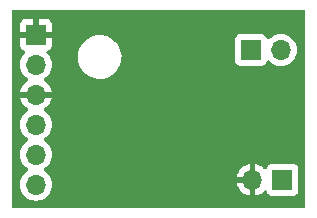
<source format=gbr>
%TF.GenerationSoftware,KiCad,Pcbnew,7.0.0-da2b9df05c~163~ubuntu22.04.1*%
%TF.CreationDate,2023-02-21T15:24:57+01:00*%
%TF.ProjectId,BaSe_PWR_V4_0,42615365-5f50-4575-925f-56345f302e6b,rev?*%
%TF.SameCoordinates,Original*%
%TF.FileFunction,Copper,L2,Bot*%
%TF.FilePolarity,Positive*%
%FSLAX46Y46*%
G04 Gerber Fmt 4.6, Leading zero omitted, Abs format (unit mm)*
G04 Created by KiCad (PCBNEW 7.0.0-da2b9df05c~163~ubuntu22.04.1) date 2023-02-21 15:24:57*
%MOMM*%
%LPD*%
G01*
G04 APERTURE LIST*
%TA.AperFunction,ComponentPad*%
%ADD10R,1.700000X1.700000*%
%TD*%
%TA.AperFunction,ComponentPad*%
%ADD11O,1.700000X1.700000*%
%TD*%
%TA.AperFunction,ViaPad*%
%ADD12C,0.800000*%
%TD*%
G04 APERTURE END LIST*
D10*
%TO.P,J3,1,Pin_1*%
%TO.N,/imotor*%
X119074999Y-49599999D03*
D11*
%TO.P,J3,2,Pin_2*%
%TO.N,GND*%
X116534999Y-49599999D03*
%TD*%
D10*
%TO.P,J1,1,Pin_1*%
%TO.N,GND*%
X98199999Y-37319999D03*
D11*
%TO.P,J1,2,Pin_2*%
%TO.N,Vdrive*%
X98199999Y-39859999D03*
%TO.P,J1,3,Pin_3*%
%TO.N,GND*%
X98199999Y-42399999D03*
%TO.P,J1,4,Pin_4*%
%TO.N,/in1_mcu*%
X98199999Y-44939999D03*
%TO.P,J1,5,Pin_5*%
%TO.N,/in2_mcu*%
X98199999Y-47479999D03*
%TO.P,J1,6,Pin_6*%
%TO.N,/imotor_prot*%
X98199999Y-50019999D03*
%TD*%
D10*
%TO.P,J2,1,Pin_1*%
%TO.N,Net-(J2-Pin_1)*%
X116399999Y-38599999D03*
D11*
%TO.P,J2,2,Pin_2*%
%TO.N,Net-(J2-Pin_2)*%
X118939999Y-38599999D03*
%TD*%
D12*
%TO.N,GND*%
X114200000Y-46200000D03*
X114200000Y-45000000D03*
X112000000Y-50200000D03*
X109200000Y-46400000D03*
X109200000Y-44400000D03*
X114800000Y-43200000D03*
X112400000Y-44400000D03*
X120200000Y-36000000D03*
X112000000Y-49000000D03*
X117000000Y-36000000D03*
X115400000Y-36000000D03*
X118600000Y-36000000D03*
X112400000Y-46400000D03*
X109200000Y-45400000D03*
X110800000Y-49000000D03*
X112400000Y-45400000D03*
%TD*%
%TA.AperFunction,Conductor*%
%TO.N,GND*%
G36*
X120937500Y-35217113D02*
G01*
X120982887Y-35262500D01*
X120999500Y-35324500D01*
X120999500Y-51875500D01*
X120982887Y-51937500D01*
X120937500Y-51982887D01*
X120875500Y-51999500D01*
X96324500Y-51999500D01*
X96262500Y-51982887D01*
X96217113Y-51937500D01*
X96200500Y-51875500D01*
X96200500Y-50020000D01*
X96844341Y-50020000D01*
X96864937Y-50255408D01*
X96866336Y-50260630D01*
X96866337Y-50260634D01*
X96924694Y-50478430D01*
X96924697Y-50478438D01*
X96926097Y-50483663D01*
X96928385Y-50488570D01*
X96928386Y-50488572D01*
X97023678Y-50692927D01*
X97023681Y-50692933D01*
X97025965Y-50697830D01*
X97029064Y-50702257D01*
X97029066Y-50702259D01*
X97158399Y-50886966D01*
X97158402Y-50886970D01*
X97161505Y-50891401D01*
X97328599Y-51058495D01*
X97522170Y-51194035D01*
X97736337Y-51293903D01*
X97964592Y-51355063D01*
X98200000Y-51375659D01*
X98435408Y-51355063D01*
X98663663Y-51293903D01*
X98877830Y-51194035D01*
X99071401Y-51058495D01*
X99238495Y-50891401D01*
X99374035Y-50697830D01*
X99473903Y-50483663D01*
X99535063Y-50255408D01*
X99555659Y-50020000D01*
X99541009Y-49852551D01*
X115207688Y-49852551D01*
X115208056Y-49863780D01*
X115260168Y-50058263D01*
X115263856Y-50068397D01*
X115359113Y-50272676D01*
X115364501Y-50282008D01*
X115493784Y-50466643D01*
X115500721Y-50474909D01*
X115660090Y-50634278D01*
X115668356Y-50641215D01*
X115852991Y-50770498D01*
X115862323Y-50775886D01*
X116066602Y-50871143D01*
X116076736Y-50874831D01*
X116271219Y-50926943D01*
X116282448Y-50927311D01*
X116285000Y-50916369D01*
X116785000Y-50916369D01*
X116787551Y-50927311D01*
X116798780Y-50926943D01*
X116993263Y-50874831D01*
X117003397Y-50871143D01*
X117207676Y-50775886D01*
X117217008Y-50770498D01*
X117401643Y-50641215D01*
X117409902Y-50634284D01*
X117528133Y-50516053D01*
X117580880Y-50484757D01*
X117642173Y-50482568D01*
X117697018Y-50510021D01*
X117731997Y-50560401D01*
X117781204Y-50692331D01*
X117867454Y-50807546D01*
X117982669Y-50893796D01*
X118117517Y-50944091D01*
X118177127Y-50950500D01*
X119972872Y-50950499D01*
X120032483Y-50944091D01*
X120167331Y-50893796D01*
X120282546Y-50807546D01*
X120368796Y-50692331D01*
X120419091Y-50557483D01*
X120425500Y-50497873D01*
X120425499Y-48702128D01*
X120419091Y-48642517D01*
X120368796Y-48507669D01*
X120282546Y-48392454D01*
X120227706Y-48351401D01*
X120174431Y-48311519D01*
X120174430Y-48311518D01*
X120167331Y-48306204D01*
X120032483Y-48255909D01*
X120024770Y-48255079D01*
X120024767Y-48255079D01*
X119976180Y-48249855D01*
X119976169Y-48249854D01*
X119972873Y-48249500D01*
X119969550Y-48249500D01*
X118180439Y-48249500D01*
X118180420Y-48249500D01*
X118177128Y-48249501D01*
X118173850Y-48249853D01*
X118173838Y-48249854D01*
X118125231Y-48255079D01*
X118125225Y-48255080D01*
X118117517Y-48255909D01*
X118110252Y-48258618D01*
X118110246Y-48258620D01*
X117990980Y-48303104D01*
X117990978Y-48303104D01*
X117982669Y-48306204D01*
X117975572Y-48311516D01*
X117975568Y-48311519D01*
X117874550Y-48387141D01*
X117874546Y-48387144D01*
X117867454Y-48392454D01*
X117862144Y-48399546D01*
X117862141Y-48399550D01*
X117786519Y-48500568D01*
X117786516Y-48500572D01*
X117781204Y-48507669D01*
X117778104Y-48515978D01*
X117778105Y-48515978D01*
X117731997Y-48639599D01*
X117697018Y-48689978D01*
X117642173Y-48717431D01*
X117580880Y-48715242D01*
X117528134Y-48683946D01*
X117409909Y-48565721D01*
X117401643Y-48558784D01*
X117217008Y-48429501D01*
X117207676Y-48424113D01*
X117003397Y-48328856D01*
X116993263Y-48325168D01*
X116798780Y-48273056D01*
X116787551Y-48272688D01*
X116785000Y-48283631D01*
X116785000Y-50916369D01*
X116285000Y-50916369D01*
X116285000Y-49866326D01*
X116281549Y-49853450D01*
X116268674Y-49850000D01*
X115218631Y-49850000D01*
X115207688Y-49852551D01*
X99541009Y-49852551D01*
X99535063Y-49784592D01*
X99473903Y-49556337D01*
X99376496Y-49347448D01*
X115207688Y-49347448D01*
X115218631Y-49350000D01*
X116268674Y-49350000D01*
X116281549Y-49346549D01*
X116285000Y-49333674D01*
X116285000Y-48283631D01*
X116282448Y-48272688D01*
X116271219Y-48273056D01*
X116076736Y-48325168D01*
X116066602Y-48328856D01*
X115862332Y-48424110D01*
X115852982Y-48429508D01*
X115668357Y-48558784D01*
X115660092Y-48565719D01*
X115500719Y-48725092D01*
X115493784Y-48733357D01*
X115364508Y-48917982D01*
X115359110Y-48927332D01*
X115263856Y-49131602D01*
X115260168Y-49141736D01*
X115208056Y-49336219D01*
X115207688Y-49347448D01*
X99376496Y-49347448D01*
X99374035Y-49342171D01*
X99238495Y-49148599D01*
X99071401Y-48981505D01*
X99066968Y-48978401D01*
X99066961Y-48978395D01*
X98885842Y-48851575D01*
X98846976Y-48807257D01*
X98832965Y-48750000D01*
X98846976Y-48692743D01*
X98885842Y-48648425D01*
X99066961Y-48521604D01*
X99066961Y-48521603D01*
X99071401Y-48518495D01*
X99238495Y-48351401D01*
X99374035Y-48157830D01*
X99473903Y-47943663D01*
X99535063Y-47715408D01*
X99555659Y-47480000D01*
X99535063Y-47244592D01*
X99473903Y-47016337D01*
X99374035Y-46802171D01*
X99238495Y-46608599D01*
X99071401Y-46441505D01*
X99066968Y-46438401D01*
X99066961Y-46438395D01*
X98885842Y-46311575D01*
X98846976Y-46267257D01*
X98832965Y-46210000D01*
X98846976Y-46152743D01*
X98885842Y-46108425D01*
X99066961Y-45981604D01*
X99066961Y-45981603D01*
X99071401Y-45978495D01*
X99238495Y-45811401D01*
X99374035Y-45617830D01*
X99473903Y-45403663D01*
X99535063Y-45175408D01*
X99555659Y-44940000D01*
X99535063Y-44704592D01*
X99473903Y-44476337D01*
X99374035Y-44262171D01*
X99238495Y-44068599D01*
X99071401Y-43901505D01*
X99066970Y-43898402D01*
X99066966Y-43898399D01*
X98885405Y-43771269D01*
X98846540Y-43726951D01*
X98832529Y-43669694D01*
X98846540Y-43612437D01*
X98885406Y-43568119D01*
X99066638Y-43441219D01*
X99074909Y-43434278D01*
X99234278Y-43274909D01*
X99241215Y-43266643D01*
X99370498Y-43082008D01*
X99375886Y-43072676D01*
X99471143Y-42868397D01*
X99474831Y-42858263D01*
X99526943Y-42663780D01*
X99527311Y-42652551D01*
X99516369Y-42650000D01*
X96883631Y-42650000D01*
X96872688Y-42652551D01*
X96873056Y-42663780D01*
X96925168Y-42858263D01*
X96928856Y-42868397D01*
X97024113Y-43072676D01*
X97029501Y-43082008D01*
X97158784Y-43266643D01*
X97165721Y-43274909D01*
X97325090Y-43434278D01*
X97333356Y-43441215D01*
X97514595Y-43568120D01*
X97553460Y-43612438D01*
X97567471Y-43669695D01*
X97553460Y-43726952D01*
X97514594Y-43771270D01*
X97333034Y-43898399D01*
X97333029Y-43898402D01*
X97328599Y-43901505D01*
X97324775Y-43905328D01*
X97324769Y-43905334D01*
X97165334Y-44064769D01*
X97165328Y-44064775D01*
X97161505Y-44068599D01*
X97158402Y-44073029D01*
X97158399Y-44073034D01*
X97029073Y-44257731D01*
X97029068Y-44257738D01*
X97025965Y-44262171D01*
X97023677Y-44267077D01*
X97023675Y-44267081D01*
X96928386Y-44471427D01*
X96928383Y-44471432D01*
X96926097Y-44476337D01*
X96924698Y-44481557D01*
X96924694Y-44481569D01*
X96866337Y-44699365D01*
X96866335Y-44699371D01*
X96864937Y-44704592D01*
X96844341Y-44940000D01*
X96864937Y-45175408D01*
X96866336Y-45180630D01*
X96866337Y-45180634D01*
X96924694Y-45398430D01*
X96924697Y-45398438D01*
X96926097Y-45403663D01*
X96928385Y-45408570D01*
X96928386Y-45408572D01*
X97023678Y-45612927D01*
X97023681Y-45612933D01*
X97025965Y-45617830D01*
X97029064Y-45622257D01*
X97029066Y-45622259D01*
X97158399Y-45806966D01*
X97158402Y-45806970D01*
X97161505Y-45811401D01*
X97328599Y-45978495D01*
X97333032Y-45981599D01*
X97333038Y-45981604D01*
X97514158Y-46108425D01*
X97553024Y-46152743D01*
X97567035Y-46210000D01*
X97553024Y-46267257D01*
X97514159Y-46311575D01*
X97333041Y-46438395D01*
X97328599Y-46441505D01*
X97324775Y-46445328D01*
X97324769Y-46445334D01*
X97165334Y-46604769D01*
X97165328Y-46604775D01*
X97161505Y-46608599D01*
X97158402Y-46613029D01*
X97158399Y-46613034D01*
X97029073Y-46797731D01*
X97029068Y-46797738D01*
X97025965Y-46802171D01*
X97023677Y-46807077D01*
X97023675Y-46807081D01*
X96928386Y-47011427D01*
X96928383Y-47011432D01*
X96926097Y-47016337D01*
X96924698Y-47021557D01*
X96924694Y-47021569D01*
X96866337Y-47239365D01*
X96866335Y-47239371D01*
X96864937Y-47244592D01*
X96844341Y-47480000D01*
X96864937Y-47715408D01*
X96866336Y-47720630D01*
X96866337Y-47720634D01*
X96924694Y-47938430D01*
X96924697Y-47938438D01*
X96926097Y-47943663D01*
X96928385Y-47948570D01*
X96928386Y-47948572D01*
X97023678Y-48152927D01*
X97023681Y-48152933D01*
X97025965Y-48157830D01*
X97029064Y-48162257D01*
X97029066Y-48162259D01*
X97158399Y-48346966D01*
X97158402Y-48346970D01*
X97161505Y-48351401D01*
X97328599Y-48518495D01*
X97333032Y-48521599D01*
X97333038Y-48521604D01*
X97514158Y-48648425D01*
X97553024Y-48692743D01*
X97567035Y-48750000D01*
X97553024Y-48807257D01*
X97514159Y-48851575D01*
X97333041Y-48978395D01*
X97328599Y-48981505D01*
X97324775Y-48985328D01*
X97324769Y-48985334D01*
X97165334Y-49144769D01*
X97165328Y-49144775D01*
X97161505Y-49148599D01*
X97158402Y-49153029D01*
X97158399Y-49153034D01*
X97029073Y-49337731D01*
X97029068Y-49337738D01*
X97025965Y-49342171D01*
X97023677Y-49347077D01*
X97023675Y-49347081D01*
X96928386Y-49551427D01*
X96928383Y-49551432D01*
X96926097Y-49556337D01*
X96924698Y-49561557D01*
X96924694Y-49561569D01*
X96866337Y-49779365D01*
X96866335Y-49779371D01*
X96864937Y-49784592D01*
X96864465Y-49789977D01*
X96864465Y-49789982D01*
X96858009Y-49863780D01*
X96844341Y-50020000D01*
X96200500Y-50020000D01*
X96200500Y-39860000D01*
X96844341Y-39860000D01*
X96844813Y-39865395D01*
X96861161Y-40052256D01*
X96864937Y-40095408D01*
X96866336Y-40100630D01*
X96866337Y-40100634D01*
X96924694Y-40318430D01*
X96924697Y-40318438D01*
X96926097Y-40323663D01*
X96928385Y-40328570D01*
X96928386Y-40328572D01*
X97023678Y-40532927D01*
X97023681Y-40532933D01*
X97025965Y-40537830D01*
X97029064Y-40542257D01*
X97029066Y-40542259D01*
X97158399Y-40726966D01*
X97158402Y-40726970D01*
X97161505Y-40731401D01*
X97328599Y-40898495D01*
X97333031Y-40901598D01*
X97333033Y-40901600D01*
X97514595Y-41028731D01*
X97553460Y-41073049D01*
X97567471Y-41130306D01*
X97553460Y-41187563D01*
X97514595Y-41231881D01*
X97333352Y-41358788D01*
X97325092Y-41365719D01*
X97165719Y-41525092D01*
X97158784Y-41533357D01*
X97029508Y-41717982D01*
X97024110Y-41727332D01*
X96928856Y-41931602D01*
X96925168Y-41941736D01*
X96873056Y-42136219D01*
X96872688Y-42147448D01*
X96883631Y-42150000D01*
X99516369Y-42150000D01*
X99527311Y-42147448D01*
X99526943Y-42136219D01*
X99474831Y-41941736D01*
X99471143Y-41931602D01*
X99375889Y-41727332D01*
X99370491Y-41717982D01*
X99241215Y-41533357D01*
X99234280Y-41525092D01*
X99074909Y-41365721D01*
X99066643Y-41358784D01*
X98885405Y-41231880D01*
X98846540Y-41187562D01*
X98832529Y-41130305D01*
X98846540Y-41073048D01*
X98885406Y-41028730D01*
X98909701Y-41011719D01*
X99071401Y-40898495D01*
X99238495Y-40731401D01*
X99374035Y-40537830D01*
X99473903Y-40323663D01*
X99535063Y-40095408D01*
X99555659Y-39860000D01*
X99535063Y-39624592D01*
X99486572Y-39443619D01*
X99475305Y-39401569D01*
X99475304Y-39401567D01*
X99473903Y-39396337D01*
X99413948Y-39267765D01*
X101745788Y-39267765D01*
X101746282Y-39272262D01*
X101746283Y-39272267D01*
X101774917Y-39532506D01*
X101774918Y-39532513D01*
X101775414Y-39537018D01*
X101776559Y-39541398D01*
X101776561Y-39541408D01*
X101802755Y-39641600D01*
X101843928Y-39799088D01*
X101845693Y-39803242D01*
X101845696Y-39803250D01*
X101948099Y-40044223D01*
X101949870Y-40048390D01*
X101952226Y-40052251D01*
X101952229Y-40052256D01*
X102088618Y-40275737D01*
X102090982Y-40279610D01*
X102264255Y-40487820D01*
X102267630Y-40490844D01*
X102267631Y-40490845D01*
X102372330Y-40584656D01*
X102465998Y-40668582D01*
X102691910Y-40818044D01*
X102937176Y-40933020D01*
X103196569Y-41011060D01*
X103464561Y-41050500D01*
X103665369Y-41050500D01*
X103667631Y-41050500D01*
X103870156Y-41035677D01*
X104134553Y-40976780D01*
X104387558Y-40880014D01*
X104623777Y-40747441D01*
X104838177Y-40581888D01*
X105026186Y-40386881D01*
X105183799Y-40166579D01*
X105307656Y-39925675D01*
X105395118Y-39669305D01*
X105427391Y-39494578D01*
X115049500Y-39494578D01*
X115049501Y-39497872D01*
X115049853Y-39501150D01*
X115049854Y-39501161D01*
X115055079Y-39549768D01*
X115055080Y-39549773D01*
X115055909Y-39557483D01*
X115058619Y-39564749D01*
X115058620Y-39564753D01*
X115078989Y-39619365D01*
X115106204Y-39692331D01*
X115111518Y-39699430D01*
X115111519Y-39699431D01*
X115167367Y-39774035D01*
X115192454Y-39807546D01*
X115307669Y-39893796D01*
X115442517Y-39944091D01*
X115502127Y-39950500D01*
X117297872Y-39950499D01*
X117357483Y-39944091D01*
X117492331Y-39893796D01*
X117607546Y-39807546D01*
X117693796Y-39692331D01*
X117742810Y-39560916D01*
X117777789Y-39510537D01*
X117832634Y-39483084D01*
X117893927Y-39485273D01*
X117946673Y-39516569D01*
X118068599Y-39638495D01*
X118073031Y-39641598D01*
X118073033Y-39641600D01*
X118217260Y-39742589D01*
X118262170Y-39774035D01*
X118476337Y-39873903D01*
X118704592Y-39935063D01*
X118940000Y-39955659D01*
X119175408Y-39935063D01*
X119403663Y-39873903D01*
X119617830Y-39774035D01*
X119811401Y-39638495D01*
X119978495Y-39471401D01*
X120114035Y-39277830D01*
X120213903Y-39063663D01*
X120275063Y-38835408D01*
X120295659Y-38600000D01*
X120275063Y-38364592D01*
X120213903Y-38136337D01*
X120114035Y-37922171D01*
X119978495Y-37728599D01*
X119811401Y-37561505D01*
X119806970Y-37558402D01*
X119806966Y-37558399D01*
X119622259Y-37429066D01*
X119622257Y-37429064D01*
X119617830Y-37425965D01*
X119612933Y-37423681D01*
X119612927Y-37423678D01*
X119408572Y-37328386D01*
X119408570Y-37328385D01*
X119403663Y-37326097D01*
X119398438Y-37324697D01*
X119398430Y-37324694D01*
X119180634Y-37266337D01*
X119180630Y-37266336D01*
X119175408Y-37264937D01*
X119170020Y-37264465D01*
X119170017Y-37264465D01*
X118945395Y-37244813D01*
X118940000Y-37244341D01*
X118934605Y-37244813D01*
X118709982Y-37264465D01*
X118709977Y-37264465D01*
X118704592Y-37264937D01*
X118699371Y-37266335D01*
X118699365Y-37266337D01*
X118481569Y-37324694D01*
X118481557Y-37324698D01*
X118476337Y-37326097D01*
X118471432Y-37328383D01*
X118471427Y-37328386D01*
X118267081Y-37423675D01*
X118267077Y-37423677D01*
X118262171Y-37425965D01*
X118257738Y-37429068D01*
X118257731Y-37429073D01*
X118073034Y-37558399D01*
X118073029Y-37558402D01*
X118068599Y-37561505D01*
X118064774Y-37565329D01*
X118064775Y-37565329D01*
X117946673Y-37683431D01*
X117893926Y-37714726D01*
X117832633Y-37716915D01*
X117777789Y-37689462D01*
X117742810Y-37639082D01*
X117720786Y-37580034D01*
X117693796Y-37507669D01*
X117607546Y-37392454D01*
X117550387Y-37349665D01*
X117499431Y-37311519D01*
X117499430Y-37311518D01*
X117492331Y-37306204D01*
X117385442Y-37266337D01*
X117364752Y-37258620D01*
X117364750Y-37258619D01*
X117357483Y-37255909D01*
X117349770Y-37255079D01*
X117349767Y-37255079D01*
X117301180Y-37249855D01*
X117301169Y-37249854D01*
X117297873Y-37249500D01*
X117294550Y-37249500D01*
X115505439Y-37249500D01*
X115505420Y-37249500D01*
X115502128Y-37249501D01*
X115498850Y-37249853D01*
X115498838Y-37249854D01*
X115450231Y-37255079D01*
X115450225Y-37255080D01*
X115442517Y-37255909D01*
X115435252Y-37258618D01*
X115435246Y-37258620D01*
X115315980Y-37303104D01*
X115315978Y-37303104D01*
X115307669Y-37306204D01*
X115300572Y-37311516D01*
X115300568Y-37311519D01*
X115199550Y-37387141D01*
X115199546Y-37387144D01*
X115192454Y-37392454D01*
X115187144Y-37399546D01*
X115187141Y-37399550D01*
X115111519Y-37500568D01*
X115111516Y-37500572D01*
X115106204Y-37507669D01*
X115103104Y-37515978D01*
X115103104Y-37515980D01*
X115058620Y-37635247D01*
X115058619Y-37635250D01*
X115055909Y-37642517D01*
X115055079Y-37650227D01*
X115055079Y-37650232D01*
X115049855Y-37698819D01*
X115049854Y-37698831D01*
X115049500Y-37702127D01*
X115049500Y-37705448D01*
X115049500Y-37705449D01*
X115049500Y-39494560D01*
X115049500Y-39494578D01*
X105427391Y-39494578D01*
X105444319Y-39402933D01*
X105454212Y-39132235D01*
X105424586Y-38862982D01*
X105356072Y-38600912D01*
X105250130Y-38351610D01*
X105109018Y-38120390D01*
X104935745Y-37912180D01*
X104830759Y-37818112D01*
X104737382Y-37734446D01*
X104737378Y-37734442D01*
X104734002Y-37731418D01*
X104508090Y-37581956D01*
X104503996Y-37580036D01*
X104503991Y-37580034D01*
X104266929Y-37468904D01*
X104266925Y-37468902D01*
X104262824Y-37466980D01*
X104258477Y-37465672D01*
X104258474Y-37465671D01*
X104007772Y-37390246D01*
X104007771Y-37390245D01*
X104003431Y-37388940D01*
X103998957Y-37388281D01*
X103998950Y-37388280D01*
X103739913Y-37350158D01*
X103739907Y-37350157D01*
X103735439Y-37349500D01*
X103532369Y-37349500D01*
X103530120Y-37349664D01*
X103530109Y-37349665D01*
X103334363Y-37363992D01*
X103334359Y-37363992D01*
X103329844Y-37364323D01*
X103325426Y-37365307D01*
X103325420Y-37365308D01*
X103069877Y-37422232D01*
X103069861Y-37422236D01*
X103065447Y-37423220D01*
X103061216Y-37424838D01*
X103061210Y-37424840D01*
X102816673Y-37518367D01*
X102816663Y-37518371D01*
X102812442Y-37519986D01*
X102808494Y-37522201D01*
X102808489Y-37522204D01*
X102580176Y-37650340D01*
X102580171Y-37650343D01*
X102576223Y-37652559D01*
X102572639Y-37655325D01*
X102572635Y-37655329D01*
X102365407Y-37815343D01*
X102365394Y-37815354D01*
X102361823Y-37818112D01*
X102358685Y-37821366D01*
X102358678Y-37821373D01*
X102176958Y-38009857D01*
X102176952Y-38009864D01*
X102173814Y-38013119D01*
X102171189Y-38016787D01*
X102171179Y-38016800D01*
X102018834Y-38229740D01*
X102018830Y-38229745D01*
X102016201Y-38233421D01*
X102014132Y-38237444D01*
X102014129Y-38237450D01*
X101894416Y-38470293D01*
X101894411Y-38470304D01*
X101892344Y-38474325D01*
X101890884Y-38478602D01*
X101890879Y-38478616D01*
X101806348Y-38726395D01*
X101806344Y-38726407D01*
X101804882Y-38730695D01*
X101804057Y-38735159D01*
X101804057Y-38735161D01*
X101756504Y-38992606D01*
X101756502Y-38992619D01*
X101755681Y-38997067D01*
X101755515Y-39001593D01*
X101755515Y-39001599D01*
X101748737Y-39187081D01*
X101745788Y-39267765D01*
X99413948Y-39267765D01*
X99374035Y-39182171D01*
X99238495Y-38988599D01*
X99116180Y-38866284D01*
X99084885Y-38813539D01*
X99082696Y-38752246D01*
X99110149Y-38697401D01*
X99160529Y-38662422D01*
X99283777Y-38616452D01*
X99299189Y-38608037D01*
X99400092Y-38532501D01*
X99412501Y-38520092D01*
X99488037Y-38419189D01*
X99496452Y-38403777D01*
X99540888Y-38284641D01*
X99544426Y-38269667D01*
X99549646Y-38221114D01*
X99550000Y-38214518D01*
X99550000Y-37586326D01*
X99546549Y-37573450D01*
X99533674Y-37570000D01*
X96866326Y-37570000D01*
X96853450Y-37573450D01*
X96850000Y-37586326D01*
X96850000Y-38214518D01*
X96850353Y-38221114D01*
X96855573Y-38269667D01*
X96859111Y-38284641D01*
X96903547Y-38403777D01*
X96911962Y-38419189D01*
X96987498Y-38520092D01*
X96999907Y-38532501D01*
X97100810Y-38608037D01*
X97116220Y-38616451D01*
X97239471Y-38662422D01*
X97289850Y-38697401D01*
X97317303Y-38752246D01*
X97315114Y-38813538D01*
X97283819Y-38866284D01*
X97161505Y-38988599D01*
X97158402Y-38993029D01*
X97158399Y-38993034D01*
X97029073Y-39177731D01*
X97029068Y-39177738D01*
X97025965Y-39182171D01*
X97023677Y-39187077D01*
X97023675Y-39187081D01*
X96928386Y-39391427D01*
X96928383Y-39391432D01*
X96926097Y-39396337D01*
X96924698Y-39401557D01*
X96924694Y-39401569D01*
X96866337Y-39619365D01*
X96866335Y-39619371D01*
X96864937Y-39624592D01*
X96864465Y-39629977D01*
X96864465Y-39629982D01*
X96851862Y-39774035D01*
X96844341Y-39860000D01*
X96200500Y-39860000D01*
X96200500Y-37053674D01*
X96850000Y-37053674D01*
X96853450Y-37066549D01*
X96866326Y-37070000D01*
X97933674Y-37070000D01*
X97946549Y-37066549D01*
X97950000Y-37053674D01*
X98450000Y-37053674D01*
X98453450Y-37066549D01*
X98466326Y-37070000D01*
X99533674Y-37070000D01*
X99546549Y-37066549D01*
X99550000Y-37053674D01*
X99550000Y-36425482D01*
X99549646Y-36418885D01*
X99544426Y-36370332D01*
X99540888Y-36355358D01*
X99496452Y-36236222D01*
X99488037Y-36220810D01*
X99412501Y-36119907D01*
X99400092Y-36107498D01*
X99299189Y-36031962D01*
X99283777Y-36023547D01*
X99164641Y-35979111D01*
X99149667Y-35975573D01*
X99101114Y-35970353D01*
X99094518Y-35970000D01*
X98466326Y-35970000D01*
X98453450Y-35973450D01*
X98450000Y-35986326D01*
X98450000Y-37053674D01*
X97950000Y-37053674D01*
X97950000Y-35986326D01*
X97946549Y-35973450D01*
X97933674Y-35970000D01*
X97305482Y-35970000D01*
X97298885Y-35970353D01*
X97250332Y-35975573D01*
X97235358Y-35979111D01*
X97116222Y-36023547D01*
X97100810Y-36031962D01*
X96999907Y-36107498D01*
X96987498Y-36119907D01*
X96911962Y-36220810D01*
X96903547Y-36236222D01*
X96859111Y-36355358D01*
X96855573Y-36370332D01*
X96850353Y-36418885D01*
X96850000Y-36425482D01*
X96850000Y-37053674D01*
X96200500Y-37053674D01*
X96200500Y-35324500D01*
X96217113Y-35262500D01*
X96262500Y-35217113D01*
X96324500Y-35200500D01*
X120875500Y-35200500D01*
X120937500Y-35217113D01*
G37*
%TD.AperFunction*%
%TD*%
M02*

</source>
